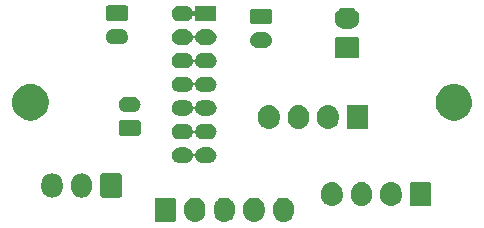
<source format=gts>
G04 #@! TF.GenerationSoftware,KiCad,Pcbnew,(5.1.2)-1*
G04 #@! TF.CreationDate,2020-08-06T11:16:41+09:00*
G04 #@! TF.ProjectId,i3mega_connector_board,69336d65-6761-45f6-936f-6e6e6563746f,rev?*
G04 #@! TF.SameCoordinates,PX7efb530PY7b459e0*
G04 #@! TF.FileFunction,Soldermask,Top*
G04 #@! TF.FilePolarity,Negative*
%FSLAX46Y46*%
G04 Gerber Fmt 4.6, Leading zero omitted, Abs format (unit mm)*
G04 Created by KiCad (PCBNEW (5.1.2)-1) date 2020-08-06 11:16:41*
%MOMM*%
%LPD*%
G04 APERTURE LIST*
%ADD10C,0.100000*%
G04 APERTURE END LIST*
D10*
G36*
X27226626Y3882963D02*
G01*
X27396465Y3831443D01*
X27396467Y3831442D01*
X27552989Y3747779D01*
X27690186Y3635186D01*
X27742032Y3572010D01*
X27802778Y3497991D01*
X27802779Y3497989D01*
X27861944Y3387301D01*
X27886443Y3341466D01*
X27937963Y3171627D01*
X27951000Y3039258D01*
X27951000Y2700743D01*
X27937963Y2568374D01*
X27886443Y2398534D01*
X27802778Y2242009D01*
X27773448Y2206271D01*
X27690186Y2104814D01*
X27595250Y2026903D01*
X27552991Y1992222D01*
X27396466Y1908557D01*
X27226627Y1857037D01*
X27050000Y1839641D01*
X26873374Y1857037D01*
X26703535Y1908557D01*
X26547010Y1992222D01*
X26409815Y2104815D01*
X26297222Y2242009D01*
X26213557Y2398534D01*
X26162037Y2568373D01*
X26149000Y2700742D01*
X26149000Y3039257D01*
X26162037Y3171626D01*
X26213557Y3341465D01*
X26297222Y3497990D01*
X26297223Y3497991D01*
X26409814Y3635186D01*
X26523559Y3728533D01*
X26547009Y3747778D01*
X26703534Y3831443D01*
X26873373Y3882963D01*
X27050000Y3900359D01*
X27226626Y3882963D01*
X27226626Y3882963D01*
G37*
G36*
X22226626Y3882963D02*
G01*
X22396465Y3831443D01*
X22396467Y3831442D01*
X22552989Y3747779D01*
X22690186Y3635186D01*
X22742032Y3572010D01*
X22802778Y3497991D01*
X22802779Y3497989D01*
X22861944Y3387301D01*
X22886443Y3341466D01*
X22937963Y3171627D01*
X22951000Y3039258D01*
X22951000Y2700743D01*
X22937963Y2568374D01*
X22886443Y2398534D01*
X22802778Y2242009D01*
X22773448Y2206271D01*
X22690186Y2104814D01*
X22595250Y2026903D01*
X22552991Y1992222D01*
X22396466Y1908557D01*
X22226627Y1857037D01*
X22050000Y1839641D01*
X21873374Y1857037D01*
X21703535Y1908557D01*
X21547010Y1992222D01*
X21409815Y2104815D01*
X21297222Y2242009D01*
X21213557Y2398534D01*
X21162037Y2568373D01*
X21149000Y2700742D01*
X21149000Y3039257D01*
X21162037Y3171626D01*
X21213557Y3341465D01*
X21297222Y3497990D01*
X21297223Y3497991D01*
X21409814Y3635186D01*
X21523559Y3728533D01*
X21547009Y3747778D01*
X21703534Y3831443D01*
X21873373Y3882963D01*
X22050000Y3900359D01*
X22226626Y3882963D01*
X22226626Y3882963D01*
G37*
G36*
X19726626Y3882963D02*
G01*
X19896465Y3831443D01*
X19896467Y3831442D01*
X20052989Y3747779D01*
X20190186Y3635186D01*
X20242032Y3572010D01*
X20302778Y3497991D01*
X20302779Y3497989D01*
X20361944Y3387301D01*
X20386443Y3341466D01*
X20437963Y3171627D01*
X20451000Y3039258D01*
X20451000Y2700743D01*
X20437963Y2568374D01*
X20386443Y2398534D01*
X20302778Y2242009D01*
X20273448Y2206271D01*
X20190186Y2104814D01*
X20095250Y2026903D01*
X20052991Y1992222D01*
X19896466Y1908557D01*
X19726627Y1857037D01*
X19550000Y1839641D01*
X19373374Y1857037D01*
X19203535Y1908557D01*
X19047010Y1992222D01*
X18909815Y2104815D01*
X18797222Y2242009D01*
X18713557Y2398534D01*
X18662037Y2568373D01*
X18649000Y2700742D01*
X18649000Y3039257D01*
X18662037Y3171626D01*
X18713557Y3341465D01*
X18797222Y3497990D01*
X18797223Y3497991D01*
X18909814Y3635186D01*
X19023559Y3728533D01*
X19047009Y3747778D01*
X19203534Y3831443D01*
X19373373Y3882963D01*
X19550000Y3900359D01*
X19726626Y3882963D01*
X19726626Y3882963D01*
G37*
G36*
X24726626Y3882963D02*
G01*
X24896465Y3831443D01*
X24896467Y3831442D01*
X25052989Y3747779D01*
X25190186Y3635186D01*
X25242032Y3572010D01*
X25302778Y3497991D01*
X25302779Y3497989D01*
X25361944Y3387301D01*
X25386443Y3341466D01*
X25437963Y3171627D01*
X25451000Y3039258D01*
X25451000Y2700743D01*
X25437963Y2568374D01*
X25386443Y2398534D01*
X25302778Y2242009D01*
X25273448Y2206271D01*
X25190186Y2104814D01*
X25095250Y2026903D01*
X25052991Y1992222D01*
X24896466Y1908557D01*
X24726627Y1857037D01*
X24550000Y1839641D01*
X24373374Y1857037D01*
X24203535Y1908557D01*
X24047010Y1992222D01*
X23909815Y2104815D01*
X23797222Y2242009D01*
X23713557Y2398534D01*
X23662037Y2568373D01*
X23649000Y2700742D01*
X23649000Y3039257D01*
X23662037Y3171626D01*
X23713557Y3341465D01*
X23797222Y3497990D01*
X23797223Y3497991D01*
X23909814Y3635186D01*
X24023559Y3728533D01*
X24047009Y3747778D01*
X24203534Y3831443D01*
X24373373Y3882963D01*
X24550000Y3900359D01*
X24726626Y3882963D01*
X24726626Y3882963D01*
G37*
G36*
X17808600Y3892011D02*
G01*
X17841652Y3881985D01*
X17872103Y3865708D01*
X17898799Y3843799D01*
X17920708Y3817103D01*
X17936985Y3786652D01*
X17947011Y3753600D01*
X17951000Y3713097D01*
X17951000Y2026903D01*
X17947011Y1986400D01*
X17936985Y1953348D01*
X17920708Y1922897D01*
X17898799Y1896201D01*
X17872103Y1874292D01*
X17841652Y1858015D01*
X17808600Y1847989D01*
X17768097Y1844000D01*
X16331903Y1844000D01*
X16291400Y1847989D01*
X16258348Y1858015D01*
X16227897Y1874292D01*
X16201201Y1896201D01*
X16179292Y1922897D01*
X16163015Y1953348D01*
X16152989Y1986400D01*
X16149000Y2026903D01*
X16149000Y3713097D01*
X16152989Y3753600D01*
X16163015Y3786652D01*
X16179292Y3817103D01*
X16201201Y3843799D01*
X16227897Y3865708D01*
X16258348Y3881985D01*
X16291400Y3892011D01*
X16331903Y3896000D01*
X17768097Y3896000D01*
X17808600Y3892011D01*
X17808600Y3892011D01*
G37*
G36*
X36331627Y5212963D02*
G01*
X36501466Y5161443D01*
X36657991Y5077778D01*
X36693729Y5048448D01*
X36795186Y4965186D01*
X36878448Y4863729D01*
X36907778Y4827991D01*
X36991443Y4671466D01*
X37042963Y4501626D01*
X37042963Y4501624D01*
X37056000Y4369259D01*
X37056000Y4030740D01*
X37050795Y3977897D01*
X37042963Y3898373D01*
X36992619Y3732411D01*
X36991442Y3728532D01*
X36949611Y3650272D01*
X36907778Y3572009D01*
X36878448Y3536271D01*
X36795186Y3434814D01*
X36657989Y3322221D01*
X36501467Y3238558D01*
X36501465Y3238557D01*
X36331626Y3187037D01*
X36155000Y3169641D01*
X35978373Y3187037D01*
X35808534Y3238557D01*
X35652009Y3322222D01*
X35609750Y3356903D01*
X35514814Y3434814D01*
X35402221Y3572011D01*
X35318558Y3728533D01*
X35318557Y3728535D01*
X35267037Y3898374D01*
X35254000Y4030743D01*
X35254000Y4369258D01*
X35267037Y4501627D01*
X35318557Y4671466D01*
X35402222Y4827991D01*
X35514815Y4965185D01*
X35652010Y5077778D01*
X35808535Y5161443D01*
X35978374Y5212963D01*
X36155000Y5230359D01*
X36331627Y5212963D01*
X36331627Y5212963D01*
G37*
G36*
X31331627Y5212963D02*
G01*
X31501466Y5161443D01*
X31657991Y5077778D01*
X31693729Y5048448D01*
X31795186Y4965186D01*
X31878448Y4863729D01*
X31907778Y4827991D01*
X31991443Y4671466D01*
X32042963Y4501626D01*
X32042963Y4501624D01*
X32056000Y4369259D01*
X32056000Y4030740D01*
X32050795Y3977897D01*
X32042963Y3898373D01*
X31992619Y3732411D01*
X31991442Y3728532D01*
X31949611Y3650272D01*
X31907778Y3572009D01*
X31878448Y3536271D01*
X31795186Y3434814D01*
X31657989Y3322221D01*
X31501467Y3238558D01*
X31501465Y3238557D01*
X31331626Y3187037D01*
X31155000Y3169641D01*
X30978373Y3187037D01*
X30808534Y3238557D01*
X30652009Y3322222D01*
X30609750Y3356903D01*
X30514814Y3434814D01*
X30402221Y3572011D01*
X30318558Y3728533D01*
X30318557Y3728535D01*
X30267037Y3898374D01*
X30254000Y4030743D01*
X30254000Y4369258D01*
X30267037Y4501627D01*
X30318557Y4671466D01*
X30402222Y4827991D01*
X30514815Y4965185D01*
X30652010Y5077778D01*
X30808535Y5161443D01*
X30978374Y5212963D01*
X31155000Y5230359D01*
X31331627Y5212963D01*
X31331627Y5212963D01*
G37*
G36*
X33831627Y5212963D02*
G01*
X34001466Y5161443D01*
X34157991Y5077778D01*
X34193729Y5048448D01*
X34295186Y4965186D01*
X34378448Y4863729D01*
X34407778Y4827991D01*
X34491443Y4671466D01*
X34542963Y4501626D01*
X34542963Y4501624D01*
X34556000Y4369259D01*
X34556000Y4030740D01*
X34550795Y3977897D01*
X34542963Y3898373D01*
X34492619Y3732411D01*
X34491442Y3728532D01*
X34449611Y3650272D01*
X34407778Y3572009D01*
X34378448Y3536271D01*
X34295186Y3434814D01*
X34157989Y3322221D01*
X34001467Y3238558D01*
X34001465Y3238557D01*
X33831626Y3187037D01*
X33655000Y3169641D01*
X33478373Y3187037D01*
X33308534Y3238557D01*
X33152009Y3322222D01*
X33109750Y3356903D01*
X33014814Y3434814D01*
X32902221Y3572011D01*
X32818558Y3728533D01*
X32818557Y3728535D01*
X32767037Y3898374D01*
X32754000Y4030743D01*
X32754000Y4369258D01*
X32767037Y4501627D01*
X32818557Y4671466D01*
X32902222Y4827991D01*
X33014815Y4965185D01*
X33152010Y5077778D01*
X33308535Y5161443D01*
X33478374Y5212963D01*
X33655000Y5230359D01*
X33831627Y5212963D01*
X33831627Y5212963D01*
G37*
G36*
X39413600Y5222011D02*
G01*
X39446652Y5211985D01*
X39477103Y5195708D01*
X39503799Y5173799D01*
X39525708Y5147103D01*
X39541985Y5116652D01*
X39552011Y5083600D01*
X39556000Y5043097D01*
X39556000Y3356903D01*
X39552011Y3316400D01*
X39541985Y3283348D01*
X39525708Y3252897D01*
X39503799Y3226201D01*
X39477103Y3204292D01*
X39446652Y3188015D01*
X39413600Y3177989D01*
X39373097Y3174000D01*
X37936903Y3174000D01*
X37896400Y3177989D01*
X37863348Y3188015D01*
X37832897Y3204292D01*
X37806201Y3226201D01*
X37784292Y3252897D01*
X37768015Y3283348D01*
X37757989Y3316400D01*
X37754000Y3356903D01*
X37754000Y5043097D01*
X37757989Y5083600D01*
X37768015Y5116652D01*
X37784292Y5147103D01*
X37806201Y5173799D01*
X37832897Y5195708D01*
X37863348Y5211985D01*
X37896400Y5222011D01*
X37936903Y5226000D01*
X39373097Y5226000D01*
X39413600Y5222011D01*
X39413600Y5222011D01*
G37*
G36*
X7631627Y5937963D02*
G01*
X7801466Y5886443D01*
X7957991Y5802778D01*
X7993729Y5773448D01*
X8095186Y5690186D01*
X8178448Y5588729D01*
X8207778Y5552991D01*
X8291443Y5396466D01*
X8342963Y5226626D01*
X8356000Y5094257D01*
X8356000Y4755742D01*
X8342963Y4623373D01*
X8291443Y4453534D01*
X8207778Y4297009D01*
X8178448Y4261271D01*
X8095186Y4159814D01*
X7957989Y4047221D01*
X7801467Y3963558D01*
X7801465Y3963557D01*
X7631626Y3912037D01*
X7455000Y3894641D01*
X7278373Y3912037D01*
X7108534Y3963557D01*
X6952009Y4047222D01*
X6909750Y4081903D01*
X6814814Y4159814D01*
X6702221Y4297011D01*
X6618558Y4453533D01*
X6618557Y4453535D01*
X6567037Y4623374D01*
X6554000Y4755743D01*
X6554000Y5094258D01*
X6556206Y5116652D01*
X6566474Y5220908D01*
X6567037Y5226627D01*
X6618557Y5396466D01*
X6702222Y5552991D01*
X6814815Y5690185D01*
X6952010Y5802778D01*
X7108535Y5886443D01*
X7278374Y5937963D01*
X7455000Y5955359D01*
X7631627Y5937963D01*
X7631627Y5937963D01*
G37*
G36*
X10131627Y5937963D02*
G01*
X10301466Y5886443D01*
X10457991Y5802778D01*
X10493729Y5773448D01*
X10595186Y5690186D01*
X10678448Y5588729D01*
X10707778Y5552991D01*
X10791443Y5396466D01*
X10842963Y5226626D01*
X10856000Y5094257D01*
X10856000Y4755742D01*
X10842963Y4623373D01*
X10791443Y4453534D01*
X10707778Y4297009D01*
X10678448Y4261271D01*
X10595186Y4159814D01*
X10457989Y4047221D01*
X10301467Y3963558D01*
X10301465Y3963557D01*
X10131626Y3912037D01*
X9955000Y3894641D01*
X9778373Y3912037D01*
X9608534Y3963557D01*
X9452009Y4047222D01*
X9409750Y4081903D01*
X9314814Y4159814D01*
X9202221Y4297011D01*
X9118558Y4453533D01*
X9118557Y4453535D01*
X9067037Y4623374D01*
X9054000Y4755743D01*
X9054000Y5094258D01*
X9056206Y5116652D01*
X9066474Y5220908D01*
X9067037Y5226627D01*
X9118557Y5396466D01*
X9202222Y5552991D01*
X9314815Y5690185D01*
X9452010Y5802778D01*
X9608535Y5886443D01*
X9778374Y5937963D01*
X9955000Y5955359D01*
X10131627Y5937963D01*
X10131627Y5937963D01*
G37*
G36*
X13213600Y5947011D02*
G01*
X13246652Y5936985D01*
X13277103Y5920708D01*
X13303799Y5898799D01*
X13325708Y5872103D01*
X13341985Y5841652D01*
X13352011Y5808600D01*
X13356000Y5768097D01*
X13356000Y4081903D01*
X13352011Y4041400D01*
X13341985Y4008348D01*
X13325708Y3977897D01*
X13303799Y3951201D01*
X13277103Y3929292D01*
X13246652Y3913015D01*
X13213600Y3902989D01*
X13173097Y3899000D01*
X11736903Y3899000D01*
X11696400Y3902989D01*
X11663348Y3913015D01*
X11632897Y3929292D01*
X11606201Y3951201D01*
X11584292Y3977897D01*
X11568015Y4008348D01*
X11557989Y4041400D01*
X11554000Y4081903D01*
X11554000Y5768097D01*
X11557989Y5808600D01*
X11568015Y5841652D01*
X11584292Y5872103D01*
X11606201Y5898799D01*
X11632897Y5920708D01*
X11663348Y5936985D01*
X11696400Y5947011D01*
X11736903Y5951000D01*
X13173097Y5951000D01*
X13213600Y5947011D01*
X13213600Y5947011D01*
G37*
G36*
X18793855Y8147860D02*
G01*
X18857618Y8141580D01*
X18948404Y8114040D01*
X18980336Y8104354D01*
X19093425Y8043906D01*
X19192554Y7962554D01*
X19273906Y7863425D01*
X19334354Y7750336D01*
X19360383Y7664528D01*
X19369761Y7641889D01*
X19383374Y7621515D01*
X19400701Y7604188D01*
X19421075Y7590574D01*
X19443714Y7581197D01*
X19467748Y7576416D01*
X19492252Y7576416D01*
X19516285Y7581196D01*
X19538924Y7590574D01*
X19559298Y7604187D01*
X19576625Y7621514D01*
X19590239Y7641888D01*
X19599617Y7664528D01*
X19625646Y7750336D01*
X19686094Y7863425D01*
X19767446Y7962554D01*
X19866575Y8043906D01*
X19979664Y8104354D01*
X20011596Y8114040D01*
X20102382Y8141580D01*
X20166145Y8147860D01*
X20198026Y8151000D01*
X20761974Y8151000D01*
X20793855Y8147860D01*
X20857618Y8141580D01*
X20948404Y8114040D01*
X20980336Y8104354D01*
X21093425Y8043906D01*
X21192554Y7962554D01*
X21273906Y7863425D01*
X21334354Y7750336D01*
X21334355Y7750332D01*
X21371580Y7627618D01*
X21384149Y7500000D01*
X21371580Y7372382D01*
X21360383Y7335472D01*
X21334354Y7249664D01*
X21273906Y7136575D01*
X21192554Y7037446D01*
X21093425Y6956094D01*
X20980336Y6895646D01*
X20948404Y6885960D01*
X20857618Y6858420D01*
X20793855Y6852140D01*
X20761974Y6849000D01*
X20198026Y6849000D01*
X20166145Y6852140D01*
X20102382Y6858420D01*
X20011596Y6885960D01*
X19979664Y6895646D01*
X19866575Y6956094D01*
X19767446Y7037446D01*
X19686094Y7136575D01*
X19625646Y7249664D01*
X19599617Y7335472D01*
X19590239Y7358111D01*
X19576626Y7378485D01*
X19559299Y7395812D01*
X19538925Y7409426D01*
X19516286Y7418803D01*
X19492252Y7423584D01*
X19467748Y7423584D01*
X19443715Y7418804D01*
X19421076Y7409426D01*
X19400702Y7395813D01*
X19383375Y7378486D01*
X19369761Y7358112D01*
X19360383Y7335472D01*
X19334354Y7249664D01*
X19273906Y7136575D01*
X19192554Y7037446D01*
X19093425Y6956094D01*
X18980336Y6895646D01*
X18948404Y6885960D01*
X18857618Y6858420D01*
X18793855Y6852140D01*
X18761974Y6849000D01*
X18198026Y6849000D01*
X18166145Y6852140D01*
X18102382Y6858420D01*
X18011596Y6885960D01*
X17979664Y6895646D01*
X17866575Y6956094D01*
X17767446Y7037446D01*
X17686094Y7136575D01*
X17625646Y7249664D01*
X17599617Y7335472D01*
X17588420Y7372382D01*
X17575851Y7500000D01*
X17588420Y7627618D01*
X17625645Y7750332D01*
X17625646Y7750336D01*
X17686094Y7863425D01*
X17767446Y7962554D01*
X17866575Y8043906D01*
X17979664Y8104354D01*
X18011596Y8114040D01*
X18102382Y8141580D01*
X18166145Y8147860D01*
X18198026Y8151000D01*
X18761974Y8151000D01*
X18793855Y8147860D01*
X18793855Y8147860D01*
G37*
G36*
X18793855Y10147860D02*
G01*
X18857618Y10141580D01*
X18948404Y10114040D01*
X18980336Y10104354D01*
X19093425Y10043906D01*
X19192554Y9962554D01*
X19273906Y9863425D01*
X19334354Y9750336D01*
X19360383Y9664528D01*
X19369761Y9641889D01*
X19383374Y9621515D01*
X19400701Y9604188D01*
X19421075Y9590574D01*
X19443714Y9581197D01*
X19467748Y9576416D01*
X19492252Y9576416D01*
X19516285Y9581196D01*
X19538924Y9590574D01*
X19559298Y9604187D01*
X19576625Y9621514D01*
X19590239Y9641888D01*
X19599617Y9664528D01*
X19625646Y9750336D01*
X19686094Y9863425D01*
X19767446Y9962554D01*
X19866575Y10043906D01*
X19979664Y10104354D01*
X20011596Y10114040D01*
X20102382Y10141580D01*
X20166145Y10147860D01*
X20198026Y10151000D01*
X20761974Y10151000D01*
X20793855Y10147860D01*
X20857618Y10141580D01*
X20948404Y10114040D01*
X20980336Y10104354D01*
X21093425Y10043906D01*
X21192554Y9962554D01*
X21273906Y9863425D01*
X21334354Y9750336D01*
X21334355Y9750332D01*
X21371580Y9627618D01*
X21384149Y9500000D01*
X21371580Y9372382D01*
X21365844Y9353474D01*
X21334354Y9249664D01*
X21273906Y9136575D01*
X21192554Y9037446D01*
X21093425Y8956094D01*
X20980336Y8895646D01*
X20948404Y8885960D01*
X20857618Y8858420D01*
X20793855Y8852140D01*
X20761974Y8849000D01*
X20198026Y8849000D01*
X20166145Y8852140D01*
X20102382Y8858420D01*
X20011596Y8885960D01*
X19979664Y8895646D01*
X19866575Y8956094D01*
X19767446Y9037446D01*
X19686094Y9136575D01*
X19625646Y9249664D01*
X19599617Y9335472D01*
X19590239Y9358111D01*
X19576626Y9378485D01*
X19559299Y9395812D01*
X19538925Y9409426D01*
X19516286Y9418803D01*
X19492252Y9423584D01*
X19467748Y9423584D01*
X19443715Y9418804D01*
X19421076Y9409426D01*
X19400702Y9395813D01*
X19383375Y9378486D01*
X19369761Y9358112D01*
X19360383Y9335472D01*
X19334354Y9249664D01*
X19273906Y9136575D01*
X19192554Y9037446D01*
X19093425Y8956094D01*
X18980336Y8895646D01*
X18948404Y8885960D01*
X18857618Y8858420D01*
X18793855Y8852140D01*
X18761974Y8849000D01*
X18198026Y8849000D01*
X18166145Y8852140D01*
X18102382Y8858420D01*
X18011596Y8885960D01*
X17979664Y8895646D01*
X17866575Y8956094D01*
X17767446Y9037446D01*
X17686094Y9136575D01*
X17625646Y9249664D01*
X17594156Y9353474D01*
X17588420Y9372382D01*
X17575851Y9500000D01*
X17588420Y9627618D01*
X17625645Y9750332D01*
X17625646Y9750336D01*
X17686094Y9863425D01*
X17767446Y9962554D01*
X17866575Y10043906D01*
X17979664Y10104354D01*
X18011596Y10114040D01*
X18102382Y10141580D01*
X18166145Y10147860D01*
X18198026Y10151000D01*
X18761974Y10151000D01*
X18793855Y10147860D01*
X18793855Y10147860D01*
G37*
G36*
X14796242Y10446596D02*
G01*
X14833337Y10435343D01*
X14867515Y10417075D01*
X14897481Y10392481D01*
X14922075Y10362515D01*
X14940343Y10328337D01*
X14951596Y10291242D01*
X14956000Y10246526D01*
X14956000Y9353474D01*
X14951596Y9308758D01*
X14940343Y9271663D01*
X14922075Y9237485D01*
X14897481Y9207519D01*
X14867515Y9182925D01*
X14833337Y9164657D01*
X14796242Y9153404D01*
X14751526Y9149000D01*
X13308474Y9149000D01*
X13263758Y9153404D01*
X13226663Y9164657D01*
X13192485Y9182925D01*
X13162519Y9207519D01*
X13137925Y9237485D01*
X13119657Y9271663D01*
X13108404Y9308758D01*
X13104000Y9353474D01*
X13104000Y10246526D01*
X13108404Y10291242D01*
X13119657Y10328337D01*
X13137925Y10362515D01*
X13162519Y10392481D01*
X13192485Y10417075D01*
X13226663Y10435343D01*
X13263758Y10446596D01*
X13308474Y10451000D01*
X14751526Y10451000D01*
X14796242Y10446596D01*
X14796242Y10446596D01*
G37*
G36*
X25996627Y11742963D02*
G01*
X26166466Y11691443D01*
X26322991Y11607778D01*
X26343954Y11590574D01*
X26460186Y11495186D01*
X26518947Y11423584D01*
X26572778Y11357991D01*
X26656443Y11201466D01*
X26707963Y11031626D01*
X26721000Y10899257D01*
X26721000Y10560742D01*
X26707963Y10428373D01*
X26656443Y10258534D01*
X26572778Y10102009D01*
X26543448Y10066271D01*
X26460186Y9964814D01*
X26322989Y9852221D01*
X26166467Y9768558D01*
X26166465Y9768557D01*
X25996626Y9717037D01*
X25820000Y9699641D01*
X25643373Y9717037D01*
X25473534Y9768557D01*
X25317009Y9852222D01*
X25274750Y9886903D01*
X25179814Y9964814D01*
X25067221Y10102011D01*
X24983558Y10258533D01*
X24975968Y10283553D01*
X24932037Y10428374D01*
X24919000Y10560743D01*
X24919000Y10899258D01*
X24932037Y11031627D01*
X24983557Y11201466D01*
X25067222Y11357991D01*
X25179815Y11495185D01*
X25317010Y11607778D01*
X25473535Y11691443D01*
X25643374Y11742963D01*
X25820000Y11760359D01*
X25996627Y11742963D01*
X25996627Y11742963D01*
G37*
G36*
X28496627Y11742963D02*
G01*
X28666466Y11691443D01*
X28822991Y11607778D01*
X28843954Y11590574D01*
X28960186Y11495186D01*
X29018947Y11423584D01*
X29072778Y11357991D01*
X29156443Y11201466D01*
X29207963Y11031626D01*
X29221000Y10899257D01*
X29221000Y10560742D01*
X29207963Y10428373D01*
X29156443Y10258534D01*
X29072778Y10102009D01*
X29043448Y10066271D01*
X28960186Y9964814D01*
X28822989Y9852221D01*
X28666467Y9768558D01*
X28666465Y9768557D01*
X28496626Y9717037D01*
X28320000Y9699641D01*
X28143373Y9717037D01*
X27973534Y9768557D01*
X27817009Y9852222D01*
X27774750Y9886903D01*
X27679814Y9964814D01*
X27567221Y10102011D01*
X27483558Y10258533D01*
X27475968Y10283553D01*
X27432037Y10428374D01*
X27419000Y10560743D01*
X27419000Y10899258D01*
X27432037Y11031627D01*
X27483557Y11201466D01*
X27567222Y11357991D01*
X27679815Y11495185D01*
X27817010Y11607778D01*
X27973535Y11691443D01*
X28143374Y11742963D01*
X28320000Y11760359D01*
X28496627Y11742963D01*
X28496627Y11742963D01*
G37*
G36*
X30996627Y11742963D02*
G01*
X31166466Y11691443D01*
X31322991Y11607778D01*
X31343954Y11590574D01*
X31460186Y11495186D01*
X31518947Y11423584D01*
X31572778Y11357991D01*
X31656443Y11201466D01*
X31707963Y11031626D01*
X31721000Y10899257D01*
X31721000Y10560742D01*
X31707963Y10428373D01*
X31656443Y10258534D01*
X31572778Y10102009D01*
X31543448Y10066271D01*
X31460186Y9964814D01*
X31322989Y9852221D01*
X31166467Y9768558D01*
X31166465Y9768557D01*
X30996626Y9717037D01*
X30820000Y9699641D01*
X30643373Y9717037D01*
X30473534Y9768557D01*
X30317009Y9852222D01*
X30274750Y9886903D01*
X30179814Y9964814D01*
X30067221Y10102011D01*
X29983558Y10258533D01*
X29975968Y10283553D01*
X29932037Y10428374D01*
X29919000Y10560743D01*
X29919000Y10899258D01*
X29932037Y11031627D01*
X29983557Y11201466D01*
X30067222Y11357991D01*
X30179815Y11495185D01*
X30317010Y11607778D01*
X30473535Y11691443D01*
X30643374Y11742963D01*
X30820000Y11760359D01*
X30996627Y11742963D01*
X30996627Y11742963D01*
G37*
G36*
X34078600Y11752011D02*
G01*
X34111652Y11741985D01*
X34142103Y11725708D01*
X34168799Y11703799D01*
X34190708Y11677103D01*
X34206985Y11646652D01*
X34217011Y11613600D01*
X34221000Y11573097D01*
X34221000Y9886903D01*
X34217011Y9846400D01*
X34206985Y9813348D01*
X34190708Y9782897D01*
X34168799Y9756201D01*
X34142103Y9734292D01*
X34111652Y9718015D01*
X34078600Y9707989D01*
X34038097Y9704000D01*
X32601903Y9704000D01*
X32561400Y9707989D01*
X32528348Y9718015D01*
X32497897Y9734292D01*
X32471201Y9756201D01*
X32449292Y9782897D01*
X32433015Y9813348D01*
X32422989Y9846400D01*
X32419000Y9886903D01*
X32419000Y11573097D01*
X32422989Y11613600D01*
X32433015Y11646652D01*
X32449292Y11677103D01*
X32471201Y11703799D01*
X32497897Y11725708D01*
X32528348Y11741985D01*
X32561400Y11752011D01*
X32601903Y11756000D01*
X34038097Y11756000D01*
X34078600Y11752011D01*
X34078600Y11752011D01*
G37*
G36*
X5913471Y13500000D02*
G01*
X6082410Y13466396D01*
X6364674Y13349479D01*
X6618705Y13179741D01*
X6834741Y12963705D01*
X7004479Y12709674D01*
X7121396Y12427410D01*
X7121396Y12427409D01*
X7181000Y12127761D01*
X7181000Y11822239D01*
X7151198Y11672415D01*
X7121396Y11522590D01*
X7004479Y11240326D01*
X6834741Y10986295D01*
X6618705Y10770259D01*
X6364674Y10600521D01*
X6082410Y10483604D01*
X5932585Y10453802D01*
X5782761Y10424000D01*
X5477239Y10424000D01*
X5327415Y10453802D01*
X5177590Y10483604D01*
X4895326Y10600521D01*
X4641295Y10770259D01*
X4425259Y10986295D01*
X4255521Y11240326D01*
X4138604Y11522590D01*
X4108802Y11672415D01*
X4079000Y11822239D01*
X4079000Y12127761D01*
X4138604Y12427409D01*
X4138604Y12427410D01*
X4255521Y12709674D01*
X4425259Y12963705D01*
X4641295Y13179741D01*
X4895326Y13349479D01*
X5177590Y13466396D01*
X5346529Y13500000D01*
X5477239Y13526000D01*
X5782761Y13526000D01*
X5913471Y13500000D01*
X5913471Y13500000D01*
G37*
G36*
X41763471Y13500000D02*
G01*
X41932410Y13466396D01*
X42214674Y13349479D01*
X42468705Y13179741D01*
X42684741Y12963705D01*
X42854479Y12709674D01*
X42971396Y12427410D01*
X42971396Y12427409D01*
X43031000Y12127761D01*
X43031000Y11822239D01*
X43001198Y11672415D01*
X42971396Y11522590D01*
X42854479Y11240326D01*
X42684741Y10986295D01*
X42468705Y10770259D01*
X42214674Y10600521D01*
X41932410Y10483604D01*
X41782585Y10453802D01*
X41632761Y10424000D01*
X41327239Y10424000D01*
X41177415Y10453802D01*
X41027590Y10483604D01*
X40745326Y10600521D01*
X40491295Y10770259D01*
X40275259Y10986295D01*
X40105521Y11240326D01*
X39988604Y11522590D01*
X39958802Y11672415D01*
X39929000Y11822239D01*
X39929000Y12127761D01*
X39988604Y12427409D01*
X39988604Y12427410D01*
X40105521Y12709674D01*
X40275259Y12963705D01*
X40491295Y13179741D01*
X40745326Y13349479D01*
X41027590Y13466396D01*
X41196529Y13500000D01*
X41327239Y13526000D01*
X41632761Y13526000D01*
X41763471Y13500000D01*
X41763471Y13500000D01*
G37*
G36*
X18793855Y12147860D02*
G01*
X18857618Y12141580D01*
X18948404Y12114040D01*
X18980336Y12104354D01*
X19093425Y12043906D01*
X19192554Y11962554D01*
X19273906Y11863425D01*
X19334354Y11750336D01*
X19336887Y11741985D01*
X19356569Y11677103D01*
X19360383Y11664528D01*
X19369761Y11641889D01*
X19383374Y11621515D01*
X19400701Y11604188D01*
X19421075Y11590574D01*
X19443714Y11581197D01*
X19467748Y11576416D01*
X19492252Y11576416D01*
X19516285Y11581196D01*
X19538924Y11590574D01*
X19559298Y11604187D01*
X19576625Y11621514D01*
X19590239Y11641888D01*
X19599617Y11664528D01*
X19603432Y11677103D01*
X19623113Y11741985D01*
X19625646Y11750336D01*
X19686094Y11863425D01*
X19767446Y11962554D01*
X19866575Y12043906D01*
X19979664Y12104354D01*
X20011596Y12114040D01*
X20102382Y12141580D01*
X20166145Y12147860D01*
X20198026Y12151000D01*
X20761974Y12151000D01*
X20793855Y12147860D01*
X20857618Y12141580D01*
X20948404Y12114040D01*
X20980336Y12104354D01*
X21093425Y12043906D01*
X21192554Y11962554D01*
X21273906Y11863425D01*
X21334354Y11750336D01*
X21336887Y11741985D01*
X21371580Y11627618D01*
X21384149Y11500000D01*
X21371580Y11372382D01*
X21360982Y11337446D01*
X21334354Y11249664D01*
X21273906Y11136575D01*
X21192554Y11037446D01*
X21093425Y10956094D01*
X20980336Y10895646D01*
X20948404Y10885960D01*
X20857618Y10858420D01*
X20793855Y10852140D01*
X20761974Y10849000D01*
X20198026Y10849000D01*
X20166145Y10852140D01*
X20102382Y10858420D01*
X20011596Y10885960D01*
X19979664Y10895646D01*
X19866575Y10956094D01*
X19767446Y11037446D01*
X19686094Y11136575D01*
X19625646Y11249664D01*
X19599617Y11335472D01*
X19590239Y11358111D01*
X19576626Y11378485D01*
X19559299Y11395812D01*
X19538925Y11409426D01*
X19516286Y11418803D01*
X19492252Y11423584D01*
X19467748Y11423584D01*
X19443715Y11418804D01*
X19421076Y11409426D01*
X19400702Y11395813D01*
X19383375Y11378486D01*
X19369761Y11358112D01*
X19360383Y11335472D01*
X19334354Y11249664D01*
X19273906Y11136575D01*
X19192554Y11037446D01*
X19093425Y10956094D01*
X18980336Y10895646D01*
X18948404Y10885960D01*
X18857618Y10858420D01*
X18793855Y10852140D01*
X18761974Y10849000D01*
X18198026Y10849000D01*
X18166145Y10852140D01*
X18102382Y10858420D01*
X18011596Y10885960D01*
X17979664Y10895646D01*
X17866575Y10956094D01*
X17767446Y11037446D01*
X17686094Y11136575D01*
X17625646Y11249664D01*
X17599018Y11337446D01*
X17588420Y11372382D01*
X17575851Y11500000D01*
X17588420Y11627618D01*
X17623113Y11741985D01*
X17625646Y11750336D01*
X17686094Y11863425D01*
X17767446Y11962554D01*
X17866575Y12043906D01*
X17979664Y12104354D01*
X18011596Y12114040D01*
X18102382Y12141580D01*
X18166145Y12147860D01*
X18198026Y12151000D01*
X18761974Y12151000D01*
X18793855Y12147860D01*
X18793855Y12147860D01*
G37*
G36*
X14368855Y12447860D02*
G01*
X14432618Y12441580D01*
X14523404Y12414040D01*
X14555336Y12404354D01*
X14668425Y12343906D01*
X14767554Y12262554D01*
X14848906Y12163425D01*
X14909354Y12050336D01*
X14909355Y12050332D01*
X14946580Y11927618D01*
X14959149Y11800000D01*
X14946580Y11672382D01*
X14925893Y11604187D01*
X14909354Y11549664D01*
X14848906Y11436575D01*
X14767554Y11337446D01*
X14668425Y11256094D01*
X14555336Y11195646D01*
X14523404Y11185960D01*
X14432618Y11158420D01*
X14368855Y11152140D01*
X14336974Y11149000D01*
X13723026Y11149000D01*
X13691145Y11152140D01*
X13627382Y11158420D01*
X13536596Y11185960D01*
X13504664Y11195646D01*
X13391575Y11256094D01*
X13292446Y11337446D01*
X13211094Y11436575D01*
X13150646Y11549664D01*
X13134107Y11604187D01*
X13113420Y11672382D01*
X13100851Y11800000D01*
X13113420Y11927618D01*
X13150645Y12050332D01*
X13150646Y12050336D01*
X13211094Y12163425D01*
X13292446Y12262554D01*
X13391575Y12343906D01*
X13504664Y12404354D01*
X13536596Y12414040D01*
X13627382Y12441580D01*
X13691145Y12447860D01*
X13723026Y12451000D01*
X14336974Y12451000D01*
X14368855Y12447860D01*
X14368855Y12447860D01*
G37*
G36*
X18793855Y14147860D02*
G01*
X18857618Y14141580D01*
X18948404Y14114040D01*
X18980336Y14104354D01*
X19093425Y14043906D01*
X19192554Y13962554D01*
X19273906Y13863425D01*
X19334354Y13750336D01*
X19360383Y13664528D01*
X19369761Y13641889D01*
X19383374Y13621515D01*
X19400701Y13604188D01*
X19421075Y13590574D01*
X19443714Y13581197D01*
X19467748Y13576416D01*
X19492252Y13576416D01*
X19516285Y13581196D01*
X19538924Y13590574D01*
X19559298Y13604187D01*
X19576625Y13621514D01*
X19590239Y13641888D01*
X19599617Y13664528D01*
X19625646Y13750336D01*
X19686094Y13863425D01*
X19767446Y13962554D01*
X19866575Y14043906D01*
X19979664Y14104354D01*
X20011596Y14114040D01*
X20102382Y14141580D01*
X20166145Y14147860D01*
X20198026Y14151000D01*
X20761974Y14151000D01*
X20793855Y14147860D01*
X20857618Y14141580D01*
X20948404Y14114040D01*
X20980336Y14104354D01*
X21093425Y14043906D01*
X21192554Y13962554D01*
X21273906Y13863425D01*
X21334354Y13750336D01*
X21334355Y13750332D01*
X21371580Y13627618D01*
X21384149Y13500000D01*
X21371580Y13372382D01*
X21364632Y13349479D01*
X21334354Y13249664D01*
X21273906Y13136575D01*
X21192554Y13037446D01*
X21093425Y12956094D01*
X20980336Y12895646D01*
X20948404Y12885960D01*
X20857618Y12858420D01*
X20793855Y12852140D01*
X20761974Y12849000D01*
X20198026Y12849000D01*
X20166145Y12852140D01*
X20102382Y12858420D01*
X20011596Y12885960D01*
X19979664Y12895646D01*
X19866575Y12956094D01*
X19767446Y13037446D01*
X19686094Y13136575D01*
X19625646Y13249664D01*
X19599617Y13335472D01*
X19590239Y13358111D01*
X19576626Y13378485D01*
X19559299Y13395812D01*
X19538925Y13409426D01*
X19516286Y13418803D01*
X19492252Y13423584D01*
X19467748Y13423584D01*
X19443715Y13418804D01*
X19421076Y13409426D01*
X19400702Y13395813D01*
X19383375Y13378486D01*
X19369761Y13358112D01*
X19360383Y13335472D01*
X19334354Y13249664D01*
X19273906Y13136575D01*
X19192554Y13037446D01*
X19093425Y12956094D01*
X18980336Y12895646D01*
X18948404Y12885960D01*
X18857618Y12858420D01*
X18793855Y12852140D01*
X18761974Y12849000D01*
X18198026Y12849000D01*
X18166145Y12852140D01*
X18102382Y12858420D01*
X18011596Y12885960D01*
X17979664Y12895646D01*
X17866575Y12956094D01*
X17767446Y13037446D01*
X17686094Y13136575D01*
X17625646Y13249664D01*
X17595368Y13349479D01*
X17588420Y13372382D01*
X17575851Y13500000D01*
X17588420Y13627618D01*
X17625645Y13750332D01*
X17625646Y13750336D01*
X17686094Y13863425D01*
X17767446Y13962554D01*
X17866575Y14043906D01*
X17979664Y14104354D01*
X18011596Y14114040D01*
X18102382Y14141580D01*
X18166145Y14147860D01*
X18198026Y14151000D01*
X18761974Y14151000D01*
X18793855Y14147860D01*
X18793855Y14147860D01*
G37*
G36*
X18793855Y16147860D02*
G01*
X18857618Y16141580D01*
X18948404Y16114040D01*
X18980336Y16104354D01*
X19093425Y16043906D01*
X19192554Y15962554D01*
X19273906Y15863425D01*
X19334354Y15750336D01*
X19360383Y15664528D01*
X19369761Y15641889D01*
X19383374Y15621515D01*
X19400701Y15604188D01*
X19421075Y15590574D01*
X19443714Y15581197D01*
X19467748Y15576416D01*
X19492252Y15576416D01*
X19516285Y15581196D01*
X19538924Y15590574D01*
X19559298Y15604187D01*
X19576625Y15621514D01*
X19590239Y15641888D01*
X19599617Y15664528D01*
X19625646Y15750336D01*
X19686094Y15863425D01*
X19767446Y15962554D01*
X19866575Y16043906D01*
X19979664Y16104354D01*
X20011596Y16114040D01*
X20102382Y16141580D01*
X20166145Y16147860D01*
X20198026Y16151000D01*
X20761974Y16151000D01*
X20793855Y16147860D01*
X20857618Y16141580D01*
X20948404Y16114040D01*
X20980336Y16104354D01*
X21093425Y16043906D01*
X21192554Y15962554D01*
X21273906Y15863425D01*
X21334354Y15750336D01*
X21334355Y15750332D01*
X21371580Y15627618D01*
X21384149Y15500000D01*
X21371580Y15372382D01*
X21360383Y15335472D01*
X21334354Y15249664D01*
X21273906Y15136575D01*
X21192554Y15037446D01*
X21093425Y14956094D01*
X20980336Y14895646D01*
X20948404Y14885960D01*
X20857618Y14858420D01*
X20793855Y14852140D01*
X20761974Y14849000D01*
X20198026Y14849000D01*
X20166145Y14852140D01*
X20102382Y14858420D01*
X20011596Y14885960D01*
X19979664Y14895646D01*
X19866575Y14956094D01*
X19767446Y15037446D01*
X19686094Y15136575D01*
X19625646Y15249664D01*
X19599617Y15335472D01*
X19590239Y15358111D01*
X19576626Y15378485D01*
X19559299Y15395812D01*
X19538925Y15409426D01*
X19516286Y15418803D01*
X19492252Y15423584D01*
X19467748Y15423584D01*
X19443715Y15418804D01*
X19421076Y15409426D01*
X19400702Y15395813D01*
X19383375Y15378486D01*
X19369761Y15358112D01*
X19360383Y15335472D01*
X19334354Y15249664D01*
X19273906Y15136575D01*
X19192554Y15037446D01*
X19093425Y14956094D01*
X18980336Y14895646D01*
X18948404Y14885960D01*
X18857618Y14858420D01*
X18793855Y14852140D01*
X18761974Y14849000D01*
X18198026Y14849000D01*
X18166145Y14852140D01*
X18102382Y14858420D01*
X18011596Y14885960D01*
X17979664Y14895646D01*
X17866575Y14956094D01*
X17767446Y15037446D01*
X17686094Y15136575D01*
X17625646Y15249664D01*
X17599617Y15335472D01*
X17588420Y15372382D01*
X17575851Y15500000D01*
X17588420Y15627618D01*
X17625645Y15750332D01*
X17625646Y15750336D01*
X17686094Y15863425D01*
X17767446Y15962554D01*
X17866575Y16043906D01*
X17979664Y16104354D01*
X18011596Y16114040D01*
X18102382Y16141580D01*
X18166145Y16147860D01*
X18198026Y16151000D01*
X18761974Y16151000D01*
X18793855Y16147860D01*
X18793855Y16147860D01*
G37*
G36*
X33338600Y17487011D02*
G01*
X33371652Y17476985D01*
X33402103Y17460708D01*
X33428799Y17438799D01*
X33450708Y17412103D01*
X33466985Y17381652D01*
X33477011Y17348600D01*
X33481000Y17308097D01*
X33481000Y15871903D01*
X33477011Y15831400D01*
X33466985Y15798348D01*
X33450708Y15767897D01*
X33428799Y15741201D01*
X33402103Y15719292D01*
X33371652Y15703015D01*
X33338600Y15692989D01*
X33298097Y15689000D01*
X31561903Y15689000D01*
X31521400Y15692989D01*
X31488348Y15703015D01*
X31457897Y15719292D01*
X31431201Y15741201D01*
X31409292Y15767897D01*
X31393015Y15798348D01*
X31382989Y15831400D01*
X31379000Y15871903D01*
X31379000Y17308097D01*
X31382989Y17348600D01*
X31393015Y17381652D01*
X31409292Y17412103D01*
X31431201Y17438799D01*
X31457897Y17460708D01*
X31488348Y17476985D01*
X31521400Y17487011D01*
X31561903Y17491000D01*
X33298097Y17491000D01*
X33338600Y17487011D01*
X33338600Y17487011D01*
G37*
G36*
X25483108Y17888426D02*
G01*
X25552618Y17881580D01*
X25643404Y17854040D01*
X25675336Y17844354D01*
X25788425Y17783906D01*
X25887554Y17702554D01*
X25968906Y17603425D01*
X26029354Y17490336D01*
X26038341Y17460708D01*
X26066580Y17367618D01*
X26079149Y17240000D01*
X26066580Y17112382D01*
X26051432Y17062447D01*
X26029354Y16989664D01*
X25968906Y16876575D01*
X25887554Y16777446D01*
X25788425Y16696094D01*
X25675336Y16635646D01*
X25643404Y16625960D01*
X25552618Y16598420D01*
X25488855Y16592140D01*
X25456974Y16589000D01*
X24843026Y16589000D01*
X24811145Y16592140D01*
X24747382Y16598420D01*
X24656596Y16625960D01*
X24624664Y16635646D01*
X24511575Y16696094D01*
X24412446Y16777446D01*
X24331094Y16876575D01*
X24270646Y16989664D01*
X24248568Y17062447D01*
X24233420Y17112382D01*
X24220851Y17240000D01*
X24233420Y17367618D01*
X24261659Y17460708D01*
X24270646Y17490336D01*
X24331094Y17603425D01*
X24412446Y17702554D01*
X24511575Y17783906D01*
X24624664Y17844354D01*
X24656596Y17854040D01*
X24747382Y17881580D01*
X24816892Y17888426D01*
X24843026Y17891000D01*
X25456974Y17891000D01*
X25483108Y17888426D01*
X25483108Y17888426D01*
G37*
G36*
X18793855Y18147860D02*
G01*
X18857618Y18141580D01*
X18948404Y18114040D01*
X18980336Y18104354D01*
X19093425Y18043906D01*
X19192554Y17962554D01*
X19273906Y17863425D01*
X19334354Y17750336D01*
X19334355Y17750332D01*
X19348849Y17702553D01*
X19360383Y17664528D01*
X19369761Y17641889D01*
X19383374Y17621515D01*
X19400701Y17604188D01*
X19421075Y17590574D01*
X19443714Y17581197D01*
X19467748Y17576416D01*
X19492252Y17576416D01*
X19516285Y17581196D01*
X19538924Y17590574D01*
X19559298Y17604187D01*
X19576625Y17621514D01*
X19590239Y17641888D01*
X19599617Y17664528D01*
X19611152Y17702553D01*
X19625645Y17750332D01*
X19625646Y17750336D01*
X19686094Y17863425D01*
X19767446Y17962554D01*
X19866575Y18043906D01*
X19979664Y18104354D01*
X20011596Y18114040D01*
X20102382Y18141580D01*
X20166145Y18147860D01*
X20198026Y18151000D01*
X20761974Y18151000D01*
X20793855Y18147860D01*
X20857618Y18141580D01*
X20948404Y18114040D01*
X20980336Y18104354D01*
X21093425Y18043906D01*
X21192554Y17962554D01*
X21273906Y17863425D01*
X21334354Y17750336D01*
X21334355Y17750332D01*
X21371580Y17627618D01*
X21384149Y17500000D01*
X21371580Y17372382D01*
X21360383Y17335472D01*
X21334354Y17249664D01*
X21273906Y17136575D01*
X21192554Y17037446D01*
X21093425Y16956094D01*
X20980336Y16895646D01*
X20948404Y16885960D01*
X20857618Y16858420D01*
X20793855Y16852140D01*
X20761974Y16849000D01*
X20198026Y16849000D01*
X20166145Y16852140D01*
X20102382Y16858420D01*
X20011596Y16885960D01*
X19979664Y16895646D01*
X19866575Y16956094D01*
X19767446Y17037446D01*
X19686094Y17136575D01*
X19625646Y17249664D01*
X19599617Y17335472D01*
X19590239Y17358111D01*
X19576626Y17378485D01*
X19559299Y17395812D01*
X19538925Y17409426D01*
X19516286Y17418803D01*
X19492252Y17423584D01*
X19467748Y17423584D01*
X19443715Y17418804D01*
X19421076Y17409426D01*
X19400702Y17395813D01*
X19383375Y17378486D01*
X19369761Y17358112D01*
X19360383Y17335472D01*
X19334354Y17249664D01*
X19273906Y17136575D01*
X19192554Y17037446D01*
X19093425Y16956094D01*
X18980336Y16895646D01*
X18948404Y16885960D01*
X18857618Y16858420D01*
X18793855Y16852140D01*
X18761974Y16849000D01*
X18198026Y16849000D01*
X18166145Y16852140D01*
X18102382Y16858420D01*
X18011596Y16885960D01*
X17979664Y16895646D01*
X17866575Y16956094D01*
X17767446Y17037446D01*
X17686094Y17136575D01*
X17625646Y17249664D01*
X17599617Y17335472D01*
X17588420Y17372382D01*
X17575851Y17500000D01*
X17588420Y17627618D01*
X17625645Y17750332D01*
X17625646Y17750336D01*
X17686094Y17863425D01*
X17767446Y17962554D01*
X17866575Y18043906D01*
X17979664Y18104354D01*
X18011596Y18114040D01*
X18102382Y18141580D01*
X18166145Y18147860D01*
X18198026Y18151000D01*
X18761974Y18151000D01*
X18793855Y18147860D01*
X18793855Y18147860D01*
G37*
G36*
X13293855Y18172860D02*
G01*
X13357618Y18166580D01*
X13440032Y18141580D01*
X13480336Y18129354D01*
X13593425Y18068906D01*
X13692554Y17987554D01*
X13773906Y17888425D01*
X13834354Y17775336D01*
X13841939Y17750332D01*
X13871580Y17652618D01*
X13884149Y17525000D01*
X13871580Y17397382D01*
X13859667Y17358111D01*
X13834354Y17274664D01*
X13773906Y17161575D01*
X13692554Y17062446D01*
X13593425Y16981094D01*
X13480336Y16920646D01*
X13448404Y16910960D01*
X13357618Y16883420D01*
X13293855Y16877140D01*
X13261974Y16874000D01*
X12648026Y16874000D01*
X12616145Y16877140D01*
X12552382Y16883420D01*
X12461596Y16910960D01*
X12429664Y16920646D01*
X12316575Y16981094D01*
X12217446Y17062446D01*
X12136094Y17161575D01*
X12075646Y17274664D01*
X12050333Y17358111D01*
X12038420Y17397382D01*
X12025851Y17525000D01*
X12038420Y17652618D01*
X12068061Y17750332D01*
X12075646Y17775336D01*
X12136094Y17888425D01*
X12217446Y17987554D01*
X12316575Y18068906D01*
X12429664Y18129354D01*
X12469968Y18141580D01*
X12552382Y18166580D01*
X12616145Y18172860D01*
X12648026Y18176000D01*
X13261974Y18176000D01*
X13293855Y18172860D01*
X13293855Y18172860D01*
G37*
G36*
X32690442Y19984482D02*
G01*
X32756627Y19977963D01*
X32926466Y19926443D01*
X33082991Y19842778D01*
X33118729Y19813448D01*
X33220186Y19730186D01*
X33272119Y19666904D01*
X33332778Y19592991D01*
X33416443Y19436466D01*
X33467963Y19266627D01*
X33485359Y19090000D01*
X33467963Y18913373D01*
X33416443Y18743534D01*
X33416442Y18743532D01*
X33398279Y18709551D01*
X33332778Y18587009D01*
X33303448Y18551271D01*
X33220186Y18449814D01*
X33118729Y18366552D01*
X33082991Y18337222D01*
X32926466Y18253557D01*
X32756627Y18202037D01*
X32690443Y18195519D01*
X32624260Y18189000D01*
X32235740Y18189000D01*
X32169557Y18195519D01*
X32103373Y18202037D01*
X31933534Y18253557D01*
X31777009Y18337222D01*
X31741271Y18366552D01*
X31639814Y18449814D01*
X31556552Y18551271D01*
X31527222Y18587009D01*
X31461721Y18709551D01*
X31443558Y18743532D01*
X31443557Y18743534D01*
X31392037Y18913373D01*
X31374641Y19090000D01*
X31392037Y19266627D01*
X31443557Y19436466D01*
X31527222Y19592991D01*
X31587881Y19666904D01*
X31639814Y19730186D01*
X31741271Y19813448D01*
X31777009Y19842778D01*
X31933534Y19926443D01*
X32103373Y19977963D01*
X32169558Y19984482D01*
X32235740Y19991000D01*
X32624260Y19991000D01*
X32690442Y19984482D01*
X32690442Y19984482D01*
G37*
G36*
X25916242Y19886596D02*
G01*
X25953337Y19875343D01*
X25987515Y19857075D01*
X26017481Y19832481D01*
X26042075Y19802515D01*
X26060343Y19768337D01*
X26071596Y19731242D01*
X26076000Y19686526D01*
X26076000Y18793474D01*
X26071596Y18748758D01*
X26060343Y18711663D01*
X26042075Y18677485D01*
X26017481Y18647519D01*
X25987515Y18622925D01*
X25953337Y18604657D01*
X25916242Y18593404D01*
X25871526Y18589000D01*
X24428474Y18589000D01*
X24383758Y18593404D01*
X24346663Y18604657D01*
X24312485Y18622925D01*
X24282519Y18647519D01*
X24257925Y18677485D01*
X24239657Y18711663D01*
X24228404Y18748758D01*
X24224000Y18793474D01*
X24224000Y19686526D01*
X24228404Y19731242D01*
X24239657Y19768337D01*
X24257925Y19802515D01*
X24282519Y19832481D01*
X24312485Y19857075D01*
X24346663Y19875343D01*
X24383758Y19886596D01*
X24428474Y19891000D01*
X25871526Y19891000D01*
X25916242Y19886596D01*
X25916242Y19886596D01*
G37*
G36*
X18793855Y20147860D02*
G01*
X18857618Y20141580D01*
X18948404Y20114040D01*
X18980336Y20104354D01*
X19093425Y20043906D01*
X19192554Y19962554D01*
X19273906Y19863425D01*
X19334354Y19750335D01*
X19334384Y19750237D01*
X19343761Y19727598D01*
X19357375Y19707224D01*
X19374701Y19689896D01*
X19395076Y19676282D01*
X19417714Y19666905D01*
X19441747Y19662124D01*
X19466252Y19662124D01*
X19490285Y19666904D01*
X19512924Y19676281D01*
X19533298Y19689895D01*
X19550626Y19707221D01*
X19564240Y19727596D01*
X19573617Y19750234D01*
X19578398Y19774267D01*
X19579000Y19786521D01*
X19579000Y20151000D01*
X21381000Y20151000D01*
X21381000Y18849000D01*
X19579000Y18849000D01*
X19579000Y19213479D01*
X19576598Y19237865D01*
X19569485Y19261314D01*
X19557934Y19282925D01*
X19542389Y19301867D01*
X19523447Y19317412D01*
X19501836Y19328963D01*
X19478387Y19336076D01*
X19454001Y19338478D01*
X19429615Y19336076D01*
X19406166Y19328963D01*
X19384555Y19317412D01*
X19365613Y19301867D01*
X19350068Y19282925D01*
X19338517Y19261314D01*
X19334384Y19249763D01*
X19334354Y19249665D01*
X19273906Y19136575D01*
X19192554Y19037446D01*
X19093425Y18956094D01*
X18980336Y18895646D01*
X18948404Y18885960D01*
X18857618Y18858420D01*
X18793855Y18852140D01*
X18761974Y18849000D01*
X18198026Y18849000D01*
X18166145Y18852140D01*
X18102382Y18858420D01*
X18011596Y18885960D01*
X17979664Y18895646D01*
X17866575Y18956094D01*
X17767446Y19037446D01*
X17686094Y19136575D01*
X17625646Y19249664D01*
X17601591Y19328963D01*
X17588420Y19372382D01*
X17575851Y19500000D01*
X17588420Y19627618D01*
X17625645Y19750332D01*
X17625646Y19750336D01*
X17686094Y19863425D01*
X17767446Y19962554D01*
X17866575Y20043906D01*
X17979664Y20104354D01*
X18011596Y20114040D01*
X18102382Y20141580D01*
X18166145Y20147860D01*
X18198026Y20151000D01*
X18761974Y20151000D01*
X18793855Y20147860D01*
X18793855Y20147860D01*
G37*
G36*
X13721242Y20171596D02*
G01*
X13758337Y20160343D01*
X13792515Y20142075D01*
X13822481Y20117481D01*
X13847075Y20087515D01*
X13865343Y20053337D01*
X13876596Y20016242D01*
X13881000Y19971526D01*
X13881000Y19078474D01*
X13876596Y19033758D01*
X13865343Y18996663D01*
X13847075Y18962485D01*
X13822481Y18932519D01*
X13792515Y18907925D01*
X13758337Y18889657D01*
X13721242Y18878404D01*
X13676526Y18874000D01*
X12233474Y18874000D01*
X12188758Y18878404D01*
X12151663Y18889657D01*
X12117485Y18907925D01*
X12087519Y18932519D01*
X12062925Y18962485D01*
X12044657Y18996663D01*
X12033404Y19033758D01*
X12029000Y19078474D01*
X12029000Y19971526D01*
X12033404Y20016242D01*
X12044657Y20053337D01*
X12062925Y20087515D01*
X12087519Y20117481D01*
X12117485Y20142075D01*
X12151663Y20160343D01*
X12188758Y20171596D01*
X12233474Y20176000D01*
X13676526Y20176000D01*
X13721242Y20171596D01*
X13721242Y20171596D01*
G37*
M02*

</source>
